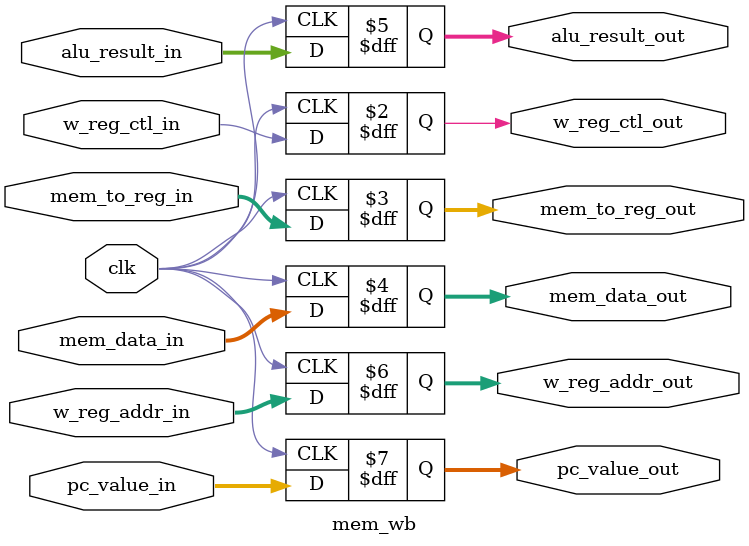
<source format=v>


`timescale 1ns/10ps

module mem_wb (
    clk,
    w_reg_ctl_in,
    mem_to_reg_in,
    mem_data_in,
    alu_result_in,
    pc_value_in,
    w_reg_addr_in,
    w_reg_ctl_out,
    mem_to_reg_out,
    mem_data_out,
    alu_result_out,
    w_reg_addr_out,
    pc_value_out
);
// mem_wb: Memory/Writeback pipeline latch
// :param clk: clock (input)
// :param mem_to_reg_(in/out): ctrl signal to select data to write (input 3) to 32bit 3:1 mux
// :param w_reg_ctl_(in/out): write register control signal
// :param mem_data_(in/out): data from mem stage
// :param alu_result_(in/out): result from ex stage
// :param w_reg_addr_(in/out): write register address
// :param pc_value_(in/out): pc value
// :return: module latch

input [0:0] clk;
input [0:0] w_reg_ctl_in;
input [1:0] mem_to_reg_in;
input signed [31:0] mem_data_in;
input signed [31:0] alu_result_in;
input signed [31:0] pc_value_in;
input [4:0] w_reg_addr_in;
output [0:0] w_reg_ctl_out;
reg [0:0] w_reg_ctl_out;
output [1:0] mem_to_reg_out;
reg [1:0] mem_to_reg_out;
output signed [31:0] mem_data_out;
reg signed [31:0] mem_data_out;
output signed [31:0] alu_result_out;
reg signed [31:0] alu_result_out;
output [4:0] w_reg_addr_out;
reg [4:0] w_reg_addr_out;
output [31:0] pc_value_out;
reg [31:0] pc_value_out;

always @(posedge clk) begin: MEM_WB_LATCH
    begin
        w_reg_ctl_out <= w_reg_ctl_in;
        mem_data_out <= mem_data_in;
        pc_value_out <= pc_value_in;
        alu_result_out <= alu_result_in;
        w_reg_addr_out <= w_reg_addr_in;
        mem_to_reg_out <= mem_to_reg_in;
    end
end

endmodule

</source>
